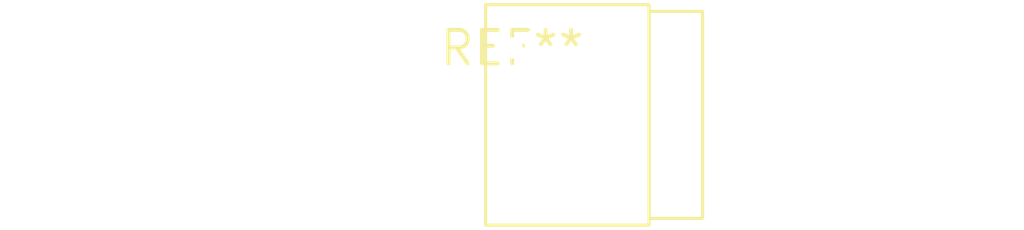
<source format=kicad_pcb>
(kicad_pcb (version 20240108) (generator pcbnew)
  (layers (0 "F.Cu" signal) (31 "B.Cu" signal) (34 "B.Paste" user) (35 "F.Paste" user) (36 "B.SilkS" user "B.Silkscreen") (37 "F.SilkS" user "F.Silkscreen") (38 "B.Mask" user) (39 "F.Mask" user) (44 "Edge.Cuts" user))
  (net 0 "")
  (footprint "Potentiometer_Bourns_3339W_Horizontal" (layer "F.Cu") (at 0 0)
    (property "Reference" "REF**")
    (property "Value" "Potentiometer_Bourns_3339W_Horizontal")
    (fp_line (start -1.01 -1.646) (end -1.01 6.725) (layer "F.SilkS") (stroke (width 0.12)))
    (fp_line (start -1.01 -1.646) (end 5.2 -1.646) (layer "F.SilkS") (stroke (width 0.12)))
    (fp_line (start -1.01 6.725) (end 5.2 6.725) (layer "F.SilkS") (stroke (width 0.12)))
    (fp_line (start 5.2 -1.646) (end 5.2 6.725) (layer "F.SilkS") (stroke (width 0.12)))
    (fp_line (start 5.2 -1.39) (end 5.2 6.471) (layer "F.SilkS") (stroke (width 0.12)))
    (fp_line (start 5.2 -1.39) (end 7.23 -1.39) (layer "F.SilkS") (stroke (width 0.12)))
    (fp_line (start 5.2 6.471) (end 7.23 6.471) (layer "F.SilkS") (stroke (width 0.12)))
    (fp_line (start 7.23 -1.39) (end 7.23 6.471) (layer "F.SilkS") (stroke (width 0.12)))
    (pad "1" thru_hole circle (at 0 0) (size 1.44 1.44) (drill 0.8) (layers *.Cu *.Mask) (remove_unused_layers))
    (pad "2" thru_hole circle (at 2.54 2.54) (size 1.44 1.44) (drill 0.8) (layers *.Cu *.Mask) (remove_unused_layers))
    (pad "3" thru_hole circle (at 0 5.08) (size 1.44 1.44) (drill 0.8) (layers *.Cu *.Mask) (remove_unused_layers))
  )
)
</source>
